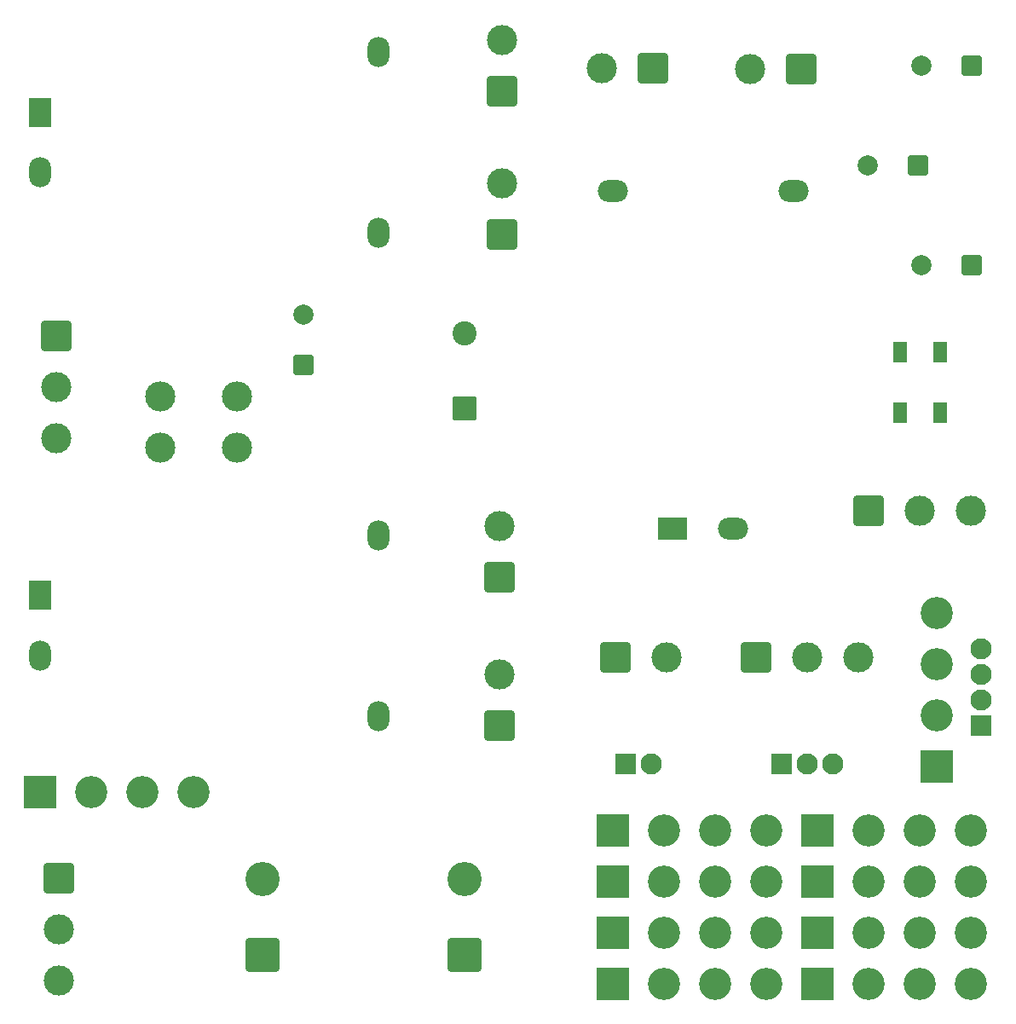
<source format=gts>
%TF.GenerationSoftware,KiCad,Pcbnew,9.0.2*%
%TF.CreationDate,2025-06-27T09:26:43+02:00*%
%TF.ProjectId,led_driver_220v_p1,6c65645f-6472-4697-9665-725f32323076,rev?*%
%TF.SameCoordinates,Original*%
%TF.FileFunction,Soldermask,Top*%
%TF.FilePolarity,Negative*%
%FSLAX46Y46*%
G04 Gerber Fmt 4.6, Leading zero omitted, Abs format (unit mm)*
G04 Created by KiCad (PCBNEW 9.0.2) date 2025-06-27 09:26:43*
%MOMM*%
%LPD*%
G01*
G04 APERTURE LIST*
G04 Aperture macros list*
%AMRoundRect*
0 Rectangle with rounded corners*
0 $1 Rounding radius*
0 $2 $3 $4 $5 $6 $7 $8 $9 X,Y pos of 4 corners*
0 Add a 4 corners polygon primitive as box body*
4,1,4,$2,$3,$4,$5,$6,$7,$8,$9,$2,$3,0*
0 Add four circle primitives for the rounded corners*
1,1,$1+$1,$2,$3*
1,1,$1+$1,$4,$5*
1,1,$1+$1,$6,$7*
1,1,$1+$1,$8,$9*
0 Add four rect primitives between the rounded corners*
20,1,$1+$1,$2,$3,$4,$5,0*
20,1,$1+$1,$4,$5,$6,$7,0*
20,1,$1+$1,$6,$7,$8,$9,0*
20,1,$1+$1,$8,$9,$2,$3,0*%
G04 Aperture macros list end*
%ADD10R,3.200000X3.200000*%
%ADD11C,3.200000*%
%ADD12R,2.200000X3.000000*%
%ADD13O,2.200000X3.000000*%
%ADD14RoundRect,0.288462X1.211538X1.211538X-1.211538X1.211538X-1.211538X-1.211538X1.211538X-1.211538X0*%
%ADD15C,3.000000*%
%ADD16R,2.100000X2.100000*%
%ADD17C,2.100000*%
%ADD18RoundRect,0.288462X-1.211538X-1.211538X1.211538X-1.211538X1.211538X1.211538X-1.211538X1.211538X0*%
%ADD19RoundRect,0.288462X-1.211538X1.211538X-1.211538X-1.211538X1.211538X-1.211538X1.211538X1.211538X0*%
%ADD20RoundRect,0.250000X0.750000X0.750000X-0.750000X0.750000X-0.750000X-0.750000X0.750000X-0.750000X0*%
%ADD21C,2.000000*%
%ADD22RoundRect,0.250001X0.949999X-0.949999X0.949999X0.949999X-0.949999X0.949999X-0.949999X-0.949999X0*%
%ADD23C,2.400000*%
%ADD24RoundRect,0.354168X1.345832X-1.345832X1.345832X1.345832X-1.345832X1.345832X-1.345832X-1.345832X0*%
%ADD25C,3.400000*%
%ADD26RoundRect,0.288462X1.211538X-1.211538X1.211538X1.211538X-1.211538X1.211538X-1.211538X-1.211538X0*%
%ADD27R,1.400000X2.000000*%
%ADD28O,3.000000X3.000000*%
%ADD29RoundRect,0.250000X0.750000X-0.750000X0.750000X0.750000X-0.750000X0.750000X-0.750000X-0.750000X0*%
%ADD30R,3.000000X2.200000*%
%ADD31O,3.000000X2.200000*%
G04 APERTURE END LIST*
D10*
%TO.C,D9*%
X131534000Y-126614000D03*
D11*
X136614000Y-126614000D03*
X141694000Y-126614000D03*
X146774000Y-126614000D03*
%TD*%
D12*
%TO.C,PS2*%
X54319500Y-50245500D03*
D13*
X54319500Y-56245500D03*
X87919500Y-44245500D03*
X87919500Y-62245500D03*
%TD*%
D14*
%TO.C,J11*%
X115182000Y-45842000D03*
D15*
X110102000Y-45842000D03*
%TD*%
D16*
%TO.C,J20*%
X127978000Y-114930000D03*
D17*
X130518000Y-114930000D03*
X133058000Y-114930000D03*
%TD*%
D10*
%TO.C,D10*%
X131534000Y-131694000D03*
D11*
X136614000Y-131694000D03*
X141694000Y-131694000D03*
X146774000Y-131694000D03*
%TD*%
D10*
%TO.C,D5*%
X111214000Y-121534000D03*
D11*
X116294000Y-121534000D03*
X121374000Y-121534000D03*
X126454000Y-121534000D03*
%TD*%
D18*
%TO.C,J8*%
X136614000Y-89784000D03*
D15*
X141694000Y-89784000D03*
X146774000Y-89784000D03*
%TD*%
D19*
%TO.C,J9*%
X55928500Y-72507000D03*
D15*
X55928500Y-77587000D03*
X55928500Y-82667000D03*
%TD*%
D20*
%TO.C,C6*%
X146855677Y-45588000D03*
D21*
X141855677Y-45588000D03*
%TD*%
D18*
%TO.C,J19*%
X111468000Y-104389000D03*
D15*
X116548000Y-104389000D03*
%TD*%
D10*
%TO.C,D4*%
X54318000Y-117724000D03*
D11*
X59398000Y-117724000D03*
X64478000Y-117724000D03*
X69558000Y-117724000D03*
%TD*%
D22*
%TO.C,C7*%
X96482000Y-79677780D03*
D23*
X96482000Y-72177780D03*
%TD*%
D12*
%TO.C,PS3*%
X54319500Y-98245500D03*
D13*
X54319500Y-104245500D03*
X87919500Y-92245500D03*
X87919500Y-110245500D03*
%TD*%
D10*
%TO.C,D7*%
X111214000Y-131694000D03*
D11*
X116294000Y-131694000D03*
X121374000Y-131694000D03*
X126454000Y-131694000D03*
%TD*%
D10*
%TO.C,D8*%
X111214000Y-136774000D03*
D11*
X116294000Y-136774000D03*
X121374000Y-136774000D03*
X126454000Y-136774000D03*
%TD*%
D24*
%TO.C,C11*%
X76416000Y-133901780D03*
D25*
X76416000Y-126401780D03*
%TD*%
D18*
%TO.C,J18*%
X125418000Y-104429500D03*
D15*
X130498000Y-104429500D03*
X135578000Y-104429500D03*
%TD*%
D26*
%TO.C,J15*%
X99951500Y-96393000D03*
D15*
X99951500Y-91313000D03*
%TD*%
D27*
%TO.C,D2*%
X143694000Y-74109000D03*
X139694000Y-74109000D03*
X139694000Y-80059000D03*
X143694000Y-80059000D03*
%TD*%
D10*
%TO.C,J1*%
X143345000Y-115184000D03*
D11*
X143345000Y-110104000D03*
X143345000Y-105024000D03*
X143345000Y-99944000D03*
%TD*%
D10*
%TO.C,D11*%
X131534000Y-136774000D03*
D11*
X136614000Y-136774000D03*
X141694000Y-136774000D03*
X146774000Y-136774000D03*
%TD*%
D24*
%TO.C,C8*%
X96482000Y-133901780D03*
D25*
X96482000Y-126401780D03*
%TD*%
D14*
%TO.C,J12*%
X129919000Y-45928500D03*
D15*
X124839000Y-45928500D03*
%TD*%
D26*
%TO.C,J16*%
X99951500Y-111125000D03*
D15*
X99951500Y-106045000D03*
%TD*%
D26*
%TO.C,J13*%
X100205500Y-48133000D03*
D15*
X100205500Y-43053000D03*
%TD*%
D10*
%TO.C,D1*%
X131534000Y-121534000D03*
D11*
X136614000Y-121534000D03*
X141694000Y-121534000D03*
X146774000Y-121534000D03*
%TD*%
D20*
%TO.C,C12*%
X146855677Y-65400000D03*
D21*
X141855677Y-65400000D03*
%TD*%
D16*
%TO.C,J21*%
X112460000Y-114930000D03*
D17*
X115000000Y-114930000D03*
%TD*%
D28*
%TO.C,D3*%
X73876000Y-83548000D03*
X73876000Y-78468000D03*
X66256000Y-78468000D03*
X66256000Y-83548000D03*
%TD*%
D29*
%TO.C,C10*%
X80480000Y-75387677D03*
D21*
X80480000Y-70387677D03*
%TD*%
D19*
%TO.C,J10*%
X56182500Y-126355000D03*
D15*
X56182500Y-131435000D03*
X56182500Y-136515000D03*
%TD*%
D26*
%TO.C,J14*%
X100205500Y-62352000D03*
D15*
X100205500Y-57272000D03*
%TD*%
D16*
%TO.C,J2*%
X147790000Y-111120000D03*
D17*
X147790000Y-108580000D03*
X147790000Y-106040000D03*
X147790000Y-103500000D03*
%TD*%
D20*
%TO.C,C9*%
X141521677Y-55494000D03*
D21*
X136521677Y-55494000D03*
%TD*%
D30*
%TO.C,PS1*%
X117152000Y-91634000D03*
D31*
X123152000Y-91634000D03*
X111152000Y-58034000D03*
X129152000Y-58034000D03*
%TD*%
D10*
%TO.C,D6*%
X111214000Y-126614000D03*
D11*
X116294000Y-126614000D03*
X121374000Y-126614000D03*
X126454000Y-126614000D03*
%TD*%
M02*

</source>
